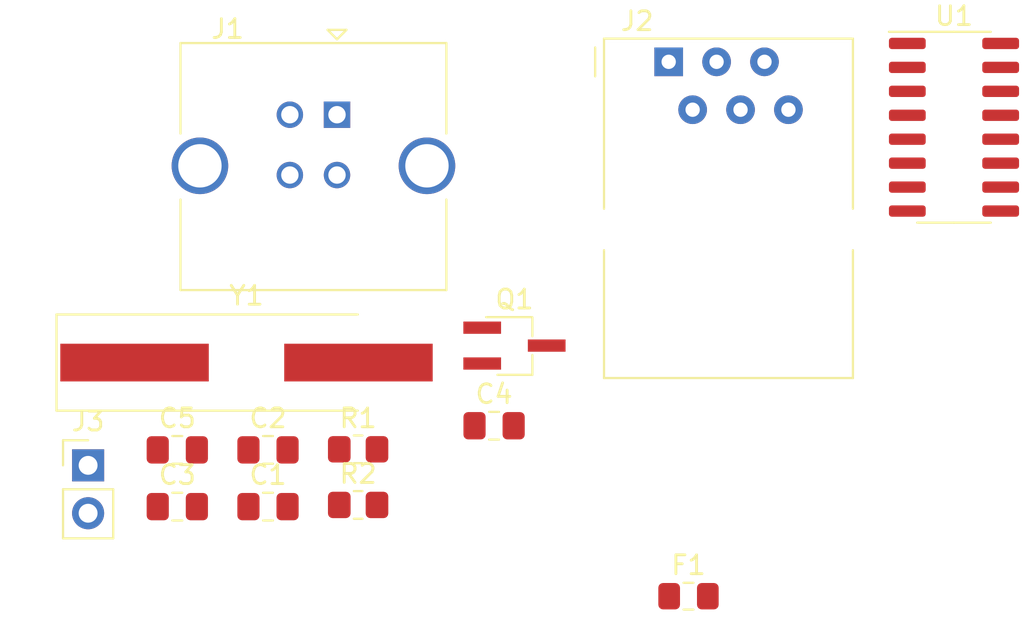
<source format=kicad_pcb>
(kicad_pcb (version 20211014) (generator pcbnew)
  (layers (0 "F.Cu" signal) (31 "B.Cu" signal) (34 "B.Paste" user) (35 "F.Paste" user) (36 "B.SilkS" user "B.Silkscreen") (37 "F.SilkS" user "F.Silkscreen") (38 "B.Mask" user) (39 "F.Mask" user) (44 "Edge.Cuts" user))
  (net 0 "")
  (net 1 "+5V")
  (net 2 "GND")
  (net 3 "Net-(C2-Pad1)")
  (net 4 "Net-(C3-Pad1)")
  (net 5 "Net-(C4-Pad1)")
  (net 6 "Net-(J1-Pad1)")
  (net 7 "Net-(J1-Pad2)")
  (net 8 "Net-(J1-Pad3)")
  (net 10 "/rd")
  (net 12 "Net-(J2-Pad5)")
  (net 13 "Net-(F1-Pad2)")
  (net 14 "/rx")
  (footprint "Package_TO_SOT_SMD:TSOT-23_HandSoldering" (layer "F.Cu") (at 120.22 79.16)
    (fp_text reference "Q1" (at 0 -2.45) (layer "F.SilkS"))
    (fp_text value "BC847")
    (fp_line (start 0.95 -1.5) (end 0.95 -0.5) (layer "F.SilkS") (width 0.12))
    (fp_line (start 0.95 0.5) (end 0.95 1.55) (layer "F.SilkS") (width 0.12))
    (fp_line (start 0.95 1.55) (end -0.9 1.55) (layer "F.SilkS") (width 0.12))
    (fp_line (start 0.93 -1.51) (end -1.5 -1.51) (layer "F.SilkS") (width 0.12))
    (pad "1" smd rect (at -1.71 -0.95) (size 2 0.65) (layers "F.Cu" "F.Paste" "F.Mask") (net 14 "/rx"))
    (pad "2" smd rect (at -1.71 0.95) (size 2 0.65) (layers "F.Cu" "F.Paste" "F.Mask") (net 12 "Net-(J2-Pad5)"))
    (pad "3" smd rect (at 1.71 0) (size 2 0.65) (layers "F.Cu" "F.Paste" "F.Mask") (net 2 "GND"))
  )
  (footprint "Resistor_SMD:R_0805_2012Metric_Pad1.20x1.40mm_HandSolder" (layer "F.Cu") (at 111.93 84.66)
    (fp_text reference "R1" (at 0 -1.65) (layer "F.SilkS"))
    (fp_text value "4k7")
    (fp_line (start -0.227064 0.735) (end 0.227064 0.735) (layer "F.SilkS") (width 0.12))
    (fp_line (start -0.227064 -0.735) (end 0.227064 -0.735) (layer "F.SilkS") (width 0.12))
    (pad "1" smd roundrect (at -1 0) (size 1.2 1.4) (layers "F.Cu" "F.Paste" "F.Mask") (roundrect_rratio 0.208333) (net 12 "Net-(J2-Pad5)"))
    (pad "2" smd roundrect (at 1 0) (size 1.2 1.4) (layers "F.Cu" "F.Paste" "F.Mask") (roundrect_rratio 0.208333) (net 1 "+5V"))
  )
  (footprint "Package_SO:SOIC-16_3.9x9.9mm_P1.27mm" (layer "F.Cu") (at 143.53 67.58)
    (fp_text reference "U1" (at 0 -5.9) (layer "F.SilkS"))
    (fp_text value "CH340G")
    (fp_line (start 0 5.06) (end -1.95 5.06) (layer "F.SilkS") (width 0.12))
    (fp_line (start 0 5.06) (end 1.95 5.06) (layer "F.SilkS") (width 0.12))
    (fp_line (start 0 -5.06) (end 1.95 -5.06) (layer "F.SilkS") (width 0.12))
    (fp_line (start 0 -5.06) (end -3.45 -5.06) (layer "F.SilkS") (width 0.12))
    (pad "1" smd roundrect (at -2.475 -4.445) (size 1.95 0.6) (layers "F.Cu" "F.Paste" "F.Mask") (net 2 "GND"))
    (pad "2" smd roundrect (at -2.475 -3.175) (size 1.95 0.6) (layers "F.Cu" "F.Paste" "F.Mask"))
    (pad "3" smd roundrect (at -2.475 -1.905) (size 1.95 0.6) (layers "F.Cu" "F.Paste" "F.Mask") (net 14 "/rx"))
    (pad "4" smd roundrect (at -2.475 -0.635) (size 1.95 0.6) (layers "F.Cu" "F.Paste" "F.Mask") (net 5 "Net-(C4-Pad1)"))
    (pad "5" smd roundrect (at -2.475 0.635) (size 1.95 0.6) (layers "F.Cu" "F.Paste" "F.Mask") (net 8 "Net-(J1-Pad3)"))
    (pad "6" smd roundrect (at -2.475 1.905) (size 1.95 0.6) (layers "F.Cu" "F.Paste" "F.Mask") (net 7 "Net-(J1-Pad2)"))
    (pad "7" smd roundrect (at -2.475 3.175) (size 1.95 0.6) (layers "F.Cu" "F.Paste" "F.Mask") (net 3 "Net-(C2-Pad1)"))
    (pad "8" smd roundrect (at -2.475 4.445) (size 1.95 0.6) (layers "F.Cu" "F.Paste" "F.Mask") (net 4 "Net-(C3-Pad1)"))
    (pad "9" smd roundrect (at 2.475 4.445) (size 1.95 0.6) (layers "F.Cu" "F.Paste" "F.Mask"))
    (pad "10" smd roundrect (at 2.475 3.175) (size 1.95 0.6) (layers "F.Cu" "F.Paste" "F.Mask"))
    (pad "11" smd roundrect (at 2.475 1.905) (size 1.95 0.6) (layers "F.Cu" "F.Paste" "F.Mask"))
    (pad "12" smd roundrect (at 2.475 0.635) (size 1.95 0.6) (layers "F.Cu" "F.Paste" "F.Mask"))
    (pad "13" smd roundrect (at 2.475 -0.635) (size 1.95 0.6) (layers "F.Cu" "F.Paste" "F.Mask"))
    (pad "14" smd roundrect (at 2.475 -1.905) (size 1.95 0.6) (layers "F.Cu" "F.Paste" "F.Mask") (net 10 "/rd"))
    (pad "15" smd roundrect (at 2.475 -3.175) (size 1.95 0.6) (layers "F.Cu" "F.Paste" "F.Mask"))
    (pad "16" smd roundrect (at 2.475 -4.445) (size 1.95 0.6) (layers "F.Cu" "F.Paste" "F.Mask") (net 1 "+5V"))
  )
  (footprint "Capacitor_SMD:C_0805_2012Metric_Pad1.18x1.45mm_HandSolder" (layer "F.Cu") (at 119.14 83.41)
    (fp_text reference "C4" (at 0 -1.68) (layer "F.SilkS"))
    (fp_text value "20nF")
    (fp_line (start -0.261252 0.735) (end 0.261252 0.735) (layer "F.SilkS") (width 0.12))
    (fp_line (start -0.261252 -0.735) (end 0.261252 -0.735) (layer "F.SilkS") (width 0.12))
    (pad "1" smd roundrect (at -1.0375 0) (size 1.175 1.45) (layers "F.Cu" "F.Paste" "F.Mask") (roundrect_rratio 0.212766) (net 5 "Net-(C4-Pad1)"))
    (pad "2" smd roundrect (at 1.0375 0) (size 1.175 1.45) (layers "F.Cu" "F.Paste" "F.Mask") (roundrect_rratio 0.212766) (net 2 "GND"))
  )
  (footprint "Crystal:Crystal_SMD_HC49-SD_HandSoldering" (layer "F.Cu") (at 106.01 80.06)
    (fp_text reference "Y1" (at 0 -3.55) (layer "F.SilkS"))
    (fp_text value "12MHz")
    (fp_line (start 5.9 -2.55) (end -10.075 -2.55) (layer "F.SilkS") (width 0.12))
    (fp_line (start -10.075 -2.55) (end -10.075 2.55) (layer "F.SilkS") (width 0.12))
    (fp_line (start -10.075 2.55) (end 5.9 2.55) (layer "F.SilkS") (width 0.12))
    (pad "1" smd rect (at -5.9375 0) (size 7.875 2) (layers "F.Cu" "F.Paste" "F.Mask") (net 3 "Net-(C2-Pad1)"))
    (pad "2" smd rect (at 5.9375 0) (size 7.875 2) (layers "F.Cu" "F.Paste" "F.Mask") (net 4 "Net-(C3-Pad1)"))
  )
  (footprint "Fuse:Fuse_0805_2012Metric_Pad1.15x1.40mm_HandSolder" (layer "F.Cu") (at 129.45 92.45)
    (fp_text reference "F1" (at 0 -1.65) (layer "F.SilkS"))
    (fp_text value "Polyfuse_Small")
    (fp_line (start -0.261252 -0.71) (end 0.261252 -0.71) (layer "F.SilkS") (width 0.12))
    (fp_line (start -0.261252 0.71) (end 0.261252 0.71) (layer "F.SilkS") (width 0.12))
    (pad "1" smd roundrect (at -1.025 0) (size 1.15 1.4) (layers "F.Cu" "F.Paste" "F.Mask") (roundrect_rratio 0.217391) (net 1 "+5V"))
    (pad "2" smd roundrect (at 1.025 0) (size 1.15 1.4) (layers "F.Cu" "F.Paste" "F.Mask") (roundrect_rratio 0.217391) (net 13 "Net-(F1-Pad2)"))
  )
  (footprint "Capacitor_SMD:C_0805_2012Metric_Pad1.18x1.45mm_HandSolder" (layer "F.Cu") (at 102.34 87.7)
    (fp_text reference "C3" (at 0 -1.68) (layer "F.SilkS"))
    (fp_text value "22p")
    (fp_line (start -0.261252 0.735) (end 0.261252 0.735) (layer "F.SilkS") (width 0.12))
    (fp_line (start -0.261252 -0.735) (end 0.261252 -0.735) (layer "F.SilkS") (width 0.12))
    (pad "1" smd roundrect (at -1.0375 0) (size 1.175 1.45) (layers "F.Cu" "F.Paste" "F.Mask") (roundrect_rratio 0.212766) (net 4 "Net-(C3-Pad1)"))
    (pad "2" smd roundrect (at 1.0375 0) (size 1.175 1.45) (layers "F.Cu" "F.Paste" "F.Mask") (roundrect_rratio 0.212766) (net 2 "GND"))
  )
  (footprint "Connector_RJ:RJ12_Amphenol_54601" (layer "F.Cu") (at 128.4 64.11)
    (fp_text reference "J2" (at -1.67 -2.16) (layer "F.SilkS"))
    (fp_text value "P1 Connector")
    (fp_line (start 9.77 16.65) (end 9.77 16.77) (layer "F.SilkS") (width 0.1))
    (fp_line (start -3.9 0.77) (end -3.9 -0.76) (layer "F.SilkS") (width 0.12))
    (fp_line (start 9.77 16.76) (end 9.77 16.77) (layer "F.SilkS") (width 0.1))
    (fp_line (start -3.43 16.77) (end -3.43 9.99) (layer "F.SilkS") (width 0.12))
    (fp_line (start 9.77 16.77) (end -3.43 16.77) (layer "F.SilkS") (width 0.12))
    (fp_line (start -3.43 -1.23) (end 9.77 -1.23) (layer "F.SilkS") (width 0.12))
    (fp_line (start -3.43 7.79) (end -3.43 -1.23) (layer "F.SilkS") (width 0.12))
    (fp_line (start 9.77 -1.23) (end 9.77 7.79) (layer "F.SilkS") (width 0.12))
    (fp_line (start -3.43 7.72) (end -3.43 7.79) (layer "F.SilkS") (width 0.1))
    (fp_line (start 9.77 16.77) (end 9.77 9.99) (layer "F.SilkS") (width 0.12))
    (pad "" np_thru_hole circle (at 8.25 8.89) (size 3.25 3.25) (drill 3.25) (layers *.Cu *.Mask))
    (pad "" np_thru_hole circle (at -1.91 8.89) (size 3.25 3.25) (drill 3.25) (layers *.Cu *.Mask))
    (pad "1" thru_hole rect (at 0 0) (size 1.52 1.52) (drill 0.76) (layers *.Cu *.Mask) (net 1 "+5V"))
    (pad "2" thru_hole circle (at 1.27 2.54) (size 1.52 1.52) (drill 0.76) (layers *.Cu *.Mask) (net 10 "/rd"))
    (pad "3" thru_hole circle (at 2.54 0) (size 1.52 1.52) (drill 0.76) (layers *.Cu *.Mask) (net 2 "GND"))
    (pad "4" thru_hole circle (at 3.81 2.54) (size 1.52 1.52) (drill 0.76) (layers *.Cu *.Mask))
    (pad "5" thru_hole circle (at 5.08 0) (size 1.52 1.52) (drill 0.76) (layers *.Cu *.Mask) (net 12 "Net-(J2-Pad5)"))
    (pad "6" thru_hole circle (at 6.35 2.54) (size 1.52 1.52) (drill 0.76) (layers *.Cu *.Mask) (net 2 "GND"))
  )
  (footprint "Capacitor_SMD:C_0805_2012Metric_Pad1.18x1.45mm_HandSolder" (layer "F.Cu") (at 107.15 84.69)
    (fp_text reference "C2" (at 0 -1.68) (layer "F.SilkS"))
    (fp_text value "22p")
    (fp_line (start -0.261252 0.735) (end 0.261252 0.735) (layer "F.SilkS") (width 0.12))
    (fp_line (start -0.261252 -0.735) (end 0.261252 -0.735) (layer "F.SilkS") (width 0.12))
    (pad "1" smd roundrect (at -1.0375 0) (size 1.175 1.45) (layers "F.Cu" "F.Paste" "F.Mask") (roundrect_rratio 0.212766) (net 3 "Net-(C2-Pad1)"))
    (pad "2" smd roundrect (at 1.0375 0) (size 1.175 1.45) (layers "F.Cu" "F.Paste" "F.Mask") (roundrect_rratio 0.212766) (net 2 "GND"))
  )
  (footprint "Resistor_SMD:R_0805_2012Metric_Pad1.20x1.40mm_HandSolder" (layer "F.Cu") (at 111.93 87.61)
    (fp_text reference "R2" (at 0 -1.65) (layer "F.SilkS"))
    (fp_text value "10k")
    (fp_line (start -0.227064 -0.735) (end 0.227064 -0.735) (layer "F.SilkS") (width 0.12))
    (fp_line (start -0.227064 0.735) (end 0.227064 0.735) (layer "F.SilkS") (width 0.12))
    (pad "1" smd roundrect (at -1 0) (size 1.2 1.4) (layers "F.Cu" "F.Paste" "F.Mask") (roundrect_rratio 0.208333) (net 14 "/rx"))
    (pad "2" smd roundrect (at 1 0) (size 1.2 1.4) (layers "F.Cu" "F.Paste" "F.Mask") (roundrect_rratio 0.208333) (net 1 "+5V"))
  )
  (footprint "Connector_USB:USB_B_Amphenol_MUSB-D511_Vertical_Rugged" (layer "F.Cu") (at 110.81 66.915)
    (fp_text reference "J1" (at -5.8 -4.55) (layer "F.SilkS"))
    (fp_text value "USB_B")
    (fp_line (start -8.3 -3.8) (end 5.8 -3.8) (layer "F.SilkS") (width 0.12))
    (fp_line (start -8.3 1) (end -8.3 -3.8) (layer "F.SilkS") (width 0.12))
    (fp_line (start 5.8 4.5) (end 5.8 9.3) (layer "F.SilkS") (width 0.12))
    (fp_line (start -8.3 9.3) (end -8.3 4.5) (layer "F.SilkS") (width 0.12))
    (fp_line (start 5.8 9.3) (end -8.3 9.3) (layer "F.SilkS") (width 0.12))
    (fp_line (start 0 -4) (end 0.5 -4.5) (layer "F.SilkS") (width 0.12))
    (fp_line (start -0.5 -4.5) (end 0 -4) (layer "F.SilkS") (width 0.12))
    (fp_line (start 5.8 -3.8) (end 5.8 1) (layer "F.SilkS") (width 0.12))
    (fp_line (start 0.5 -4.5) (end -0.5 -4.5) (layer "F.SilkS") (width 0.12))
    (pad "1" thru_hole rect (at 0 0) (size 1.4 1.4) (drill 0.92) (layers *.Cu *.Mask) (net 6 "Net-(J1-Pad1)"))
    (pad "2" thru_hole circle (at -2.5 0) (size 1.4 1.4) (drill 0.92) (layers *.Cu *.Mask) (net 7 "Net-(J1-Pad2)"))
    (pad "3" thru_hole circle (at -2.5 3.2) (size 1.4 1.4) (drill 0.92) (layers *.Cu *.Mask) (net 8 "Net-(J1-Pad3)"))
    (pad "4" thru_hole circle (at 0 3.2) (size 1.4 1.4) (drill 0.92) (layers *.Cu *.Mask) (net 2 "GND"))
    (pad "5" thru_hole circle (at -7.27 2.71) (size 3 3) (drill 2.3) (layers *.Cu *.Mask))
    (pad "5" thru_hole circle (at 4.77 2.71) (size 3 3) (drill 2.3) (layers *.Cu *.Mask))
  )
  (footprint "Connector_PinHeader_2.54mm:PinHeader_1x02_P2.54mm_Vertical" (layer "F.Cu") (at 97.61 85.51)
    (fp_text reference "J3" (at 0 -2.33) (layer "F.SilkS"))
    (fp_text value "Conn_01x02")
    (fp_line (start -1.33 1.27) (end -1.33 3.87) (layer "F.SilkS") (width 0.12))
    (fp_line (start -1.33 0) (end -1.33 -1.33) (layer "F.SilkS") (width 0.12))
    (fp_line (start -1.33 1.27) (end 1.33 1.27) (layer "F.SilkS") (width 0.12))
    (fp_line (start -1.33 3.87) (end 1.33 3.87) (layer "F.SilkS") (width 0.12))
    (fp_line (start 1.33 1.27) (end 1.33 3.87) (layer "F.SilkS") (width 0.12))
    (fp_line (start -1.33 -1.33) (end 0 -1.33) (layer "F.SilkS") (width 0.12))
    (pad "1" thru_hole rect (at 0 0) (size 1.7 1.7) (drill 1) (layers *.Cu *.Mask) (net 13 "Net-(F1-Pad2)"))
    (pad "2" thru_hole oval (at 0 2.54) (size 1.7 1.7) (drill 1) (layers *.Cu *.Mask) (net 6 "Net-(J1-Pad1)"))
  )
  (footprint "Capacitor_SMD:C_0805_2012Metric_Pad1.18x1.45mm_HandSolder" (layer "F.Cu") (at 102.34 84.69)
    (fp_text reference "C5" (at 0 -1.68) (layer "F.SilkS"))
    (fp_text value "0.1uF")
    (fp_line (start -0.261252 0.735) (end 0.261252 0.735) (layer "F.SilkS") (width 0.12))
    (fp_line (start -0.261252 -0.735) (end 0.261252 -0.735) (layer "F.SilkS") (width 0.12))
    (pad "1" smd roundrect (at -1.0375 0) (size 1.175 1.45) (layers "F.Cu" "F.Paste" "F.Mask") (roundrect_rratio 0.212766) (net 1 "+5V"))
    (pad "2" smd roundrect (at 1.0375 0) (size 1.175 1.45) (layers "F.Cu" "F.Paste" "F.Mask") (roundrect_rratio 0.212766) (net 2 "GND"))
  )
  (footprint "Capacitor_SMD:C_0805_2012Metric_Pad1.18x1.45mm_HandSolder" (layer "F.Cu") (at 107.15 87.7)
    (fp_text reference "C1" (at 0 -1.68) (layer "F.SilkS"))
    (fp_text value "10uF")
    (fp_line (start -0.261252 -0.735) (end 0.261252 -0.735) (layer "F.SilkS") (width 0.12))
    (fp_line (start -0.261252 0.735) (end 0.261252 0.735) (layer "F.SilkS") (width 0.12))
    (pad "1" smd roundrect (at -1.0375 0) (size 1.175 1.45) (layers "F.Cu" "F.Paste" "F.Mask") (roundrect_rratio 0.212766) (net 1 "+5V"))
    (pad "2" smd roundrect (at 1.0375 0) (size 1.175 1.45) (layers "F.Cu" "F.Paste" "F.Mask") (roundrect_rratio 0.212766) (net 2 "GND"))
  )
)
</source>
